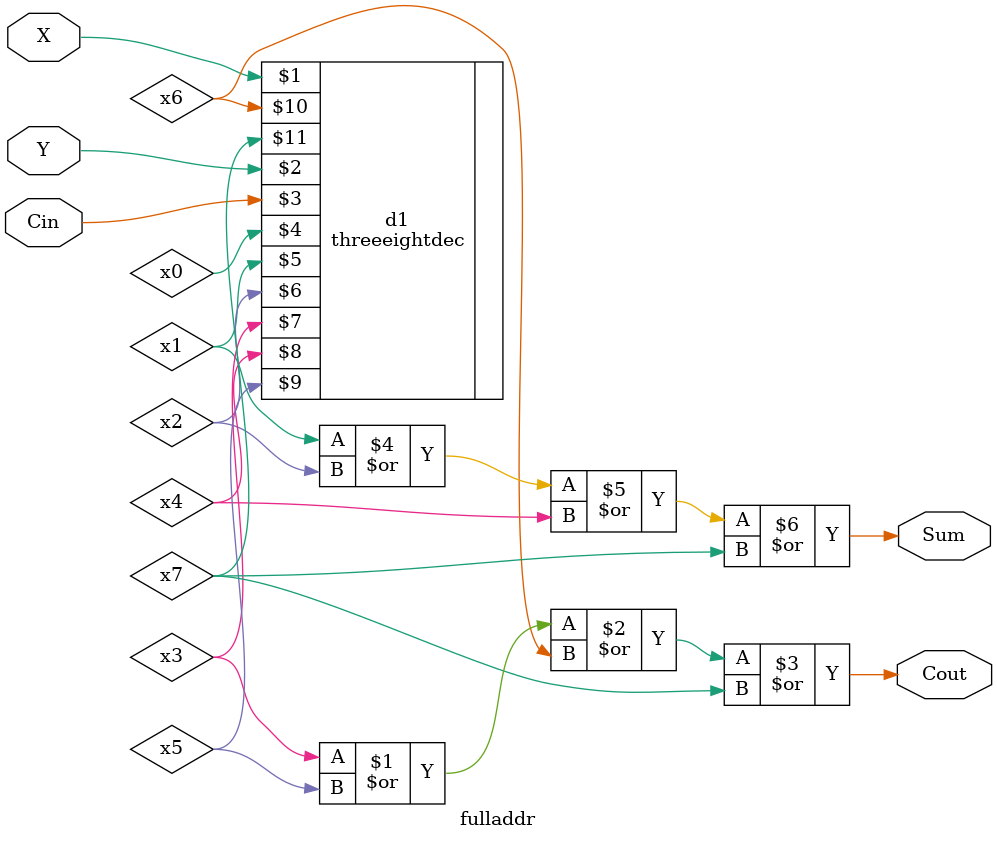
<source format=v>
module fulladdr(
	input X,
	input Y,
	input Cin,
	output Cout,
	output Sum
	);
    
	wire x0,x1,x2,x3,x4,x5,x6,x7;
    
	threeeightdec d1(X,Y,Cin,x0,x1,x2,x3,x4,x5,x6,x7);
    
	assign Cout = (x3|x5|x6|x7);
	assign Sum = (x1|x2|x4|x7);
    
endmodule

</source>
